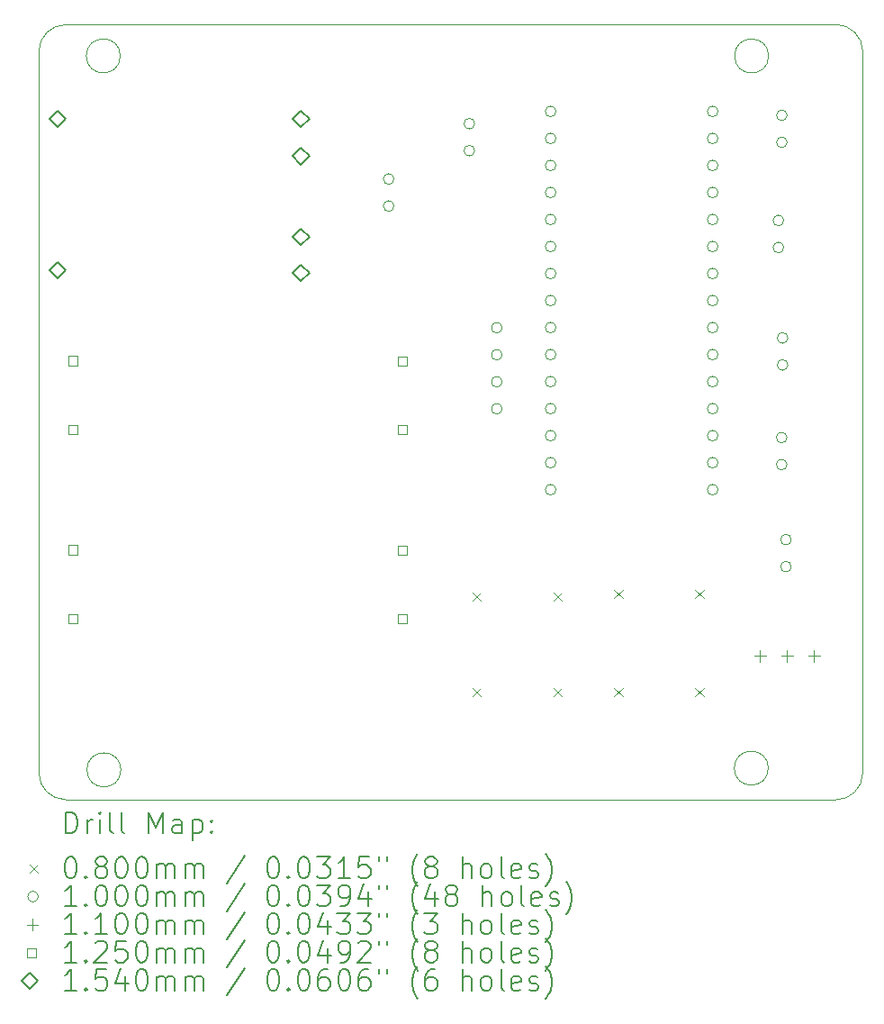
<source format=gbr>
%TF.GenerationSoftware,KiCad,Pcbnew,6.0.11+dfsg-1*%
%TF.CreationDate,2025-09-22T09:11:01+02:00*%
%TF.ProjectId,Rummikub_Timer,52756d6d-696b-4756-925f-54696d65722e,v1*%
%TF.SameCoordinates,Original*%
%TF.FileFunction,Drillmap*%
%TF.FilePolarity,Positive*%
%FSLAX45Y45*%
G04 Gerber Fmt 4.5, Leading zero omitted, Abs format (unit mm)*
G04 Created by KiCad (PCBNEW 6.0.11+dfsg-1) date 2025-09-22 09:11:01*
%MOMM*%
%LPD*%
G01*
G04 APERTURE LIST*
%ADD10C,0.100000*%
%ADD11C,0.200000*%
%ADD12C,0.080000*%
%ADD13C,0.110000*%
%ADD14C,0.125000*%
%ADD15C,0.154000*%
G04 APERTURE END LIST*
D10*
X10741306Y-6605805D02*
X10741306Y-13035590D01*
X10741306Y-13035590D02*
X10741306Y-13383996D01*
X11508119Y-6645776D02*
G75*
G03*
X11508119Y-6645776I-160000J0D01*
G01*
X18237200Y-13639796D02*
G75*
G03*
X18491200Y-13385800I5J253996D01*
G01*
X11513617Y-13357855D02*
G75*
G03*
X11513617Y-13357855I-160000J0D01*
G01*
X18491200Y-6604000D02*
X18491200Y-13385800D01*
X18237200Y-13639800D02*
X10995306Y-13637996D01*
X10995306Y-6351805D02*
X18237200Y-6350000D01*
X18491205Y-6604000D02*
G75*
G03*
X18237200Y-6350000I-254000J0D01*
G01*
X10741310Y-13383996D02*
G75*
G03*
X10995306Y-13637996I254000J0D01*
G01*
X17605395Y-6646441D02*
G75*
G03*
X17605395Y-6646441I-160000J0D01*
G01*
X17602639Y-13341491D02*
G75*
G03*
X17602639Y-13341491I-160000J0D01*
G01*
X10995306Y-6351801D02*
G75*
G03*
X10741306Y-6605805I5J-254005D01*
G01*
D11*
D12*
X14817420Y-11687482D02*
X14897420Y-11767482D01*
X14897420Y-11687482D02*
X14817420Y-11767482D01*
X14817553Y-12584931D02*
X14897553Y-12664931D01*
X14897553Y-12584931D02*
X14817553Y-12664931D01*
X15579420Y-11687482D02*
X15659420Y-11767482D01*
X15659420Y-11687482D02*
X15579420Y-11767482D01*
X15579553Y-12584931D02*
X15659553Y-12664931D01*
X15659553Y-12584931D02*
X15579553Y-12664931D01*
X16151418Y-11661708D02*
X16231418Y-11741708D01*
X16231418Y-11661708D02*
X16151418Y-11741708D01*
X16151418Y-12588931D02*
X16231418Y-12668931D01*
X16231418Y-12588931D02*
X16151418Y-12668931D01*
X16913418Y-11661708D02*
X16993418Y-11741708D01*
X16993418Y-11661708D02*
X16913418Y-11741708D01*
X16913418Y-12588931D02*
X16993418Y-12668931D01*
X16993418Y-12588931D02*
X16913418Y-12668931D01*
D10*
X14082418Y-7802931D02*
G75*
G03*
X14082418Y-7802931I-50000J0D01*
G01*
X14082418Y-8056931D02*
G75*
G03*
X14082418Y-8056931I-50000J0D01*
G01*
X14840168Y-7282931D02*
G75*
G03*
X14840168Y-7282931I-50000J0D01*
G01*
X14840168Y-7536931D02*
G75*
G03*
X14840168Y-7536931I-50000J0D01*
G01*
X15098418Y-9200931D02*
G75*
G03*
X15098418Y-9200931I-50000J0D01*
G01*
X15098418Y-9454931D02*
G75*
G03*
X15098418Y-9454931I-50000J0D01*
G01*
X15098418Y-9708931D02*
G75*
G03*
X15098418Y-9708931I-50000J0D01*
G01*
X15098418Y-9962931D02*
G75*
G03*
X15098418Y-9962931I-50000J0D01*
G01*
X15605418Y-7167931D02*
G75*
G03*
X15605418Y-7167931I-50000J0D01*
G01*
X15605418Y-7421931D02*
G75*
G03*
X15605418Y-7421931I-50000J0D01*
G01*
X15605418Y-7675931D02*
G75*
G03*
X15605418Y-7675931I-50000J0D01*
G01*
X15605418Y-7929931D02*
G75*
G03*
X15605418Y-7929931I-50000J0D01*
G01*
X15605418Y-8183931D02*
G75*
G03*
X15605418Y-8183931I-50000J0D01*
G01*
X15605418Y-8437931D02*
G75*
G03*
X15605418Y-8437931I-50000J0D01*
G01*
X15605418Y-8691931D02*
G75*
G03*
X15605418Y-8691931I-50000J0D01*
G01*
X15605418Y-8945931D02*
G75*
G03*
X15605418Y-8945931I-50000J0D01*
G01*
X15605418Y-9199931D02*
G75*
G03*
X15605418Y-9199931I-50000J0D01*
G01*
X15605418Y-9453931D02*
G75*
G03*
X15605418Y-9453931I-50000J0D01*
G01*
X15605418Y-9707931D02*
G75*
G03*
X15605418Y-9707931I-50000J0D01*
G01*
X15605418Y-9961931D02*
G75*
G03*
X15605418Y-9961931I-50000J0D01*
G01*
X15605418Y-10215931D02*
G75*
G03*
X15605418Y-10215931I-50000J0D01*
G01*
X15605418Y-10469931D02*
G75*
G03*
X15605418Y-10469931I-50000J0D01*
G01*
X15605418Y-10723931D02*
G75*
G03*
X15605418Y-10723931I-50000J0D01*
G01*
X17129418Y-7167931D02*
G75*
G03*
X17129418Y-7167931I-50000J0D01*
G01*
X17129418Y-7421931D02*
G75*
G03*
X17129418Y-7421931I-50000J0D01*
G01*
X17129418Y-7675931D02*
G75*
G03*
X17129418Y-7675931I-50000J0D01*
G01*
X17129418Y-7929931D02*
G75*
G03*
X17129418Y-7929931I-50000J0D01*
G01*
X17129418Y-8183931D02*
G75*
G03*
X17129418Y-8183931I-50000J0D01*
G01*
X17129418Y-8437931D02*
G75*
G03*
X17129418Y-8437931I-50000J0D01*
G01*
X17129418Y-8691931D02*
G75*
G03*
X17129418Y-8691931I-50000J0D01*
G01*
X17129418Y-8945931D02*
G75*
G03*
X17129418Y-8945931I-50000J0D01*
G01*
X17129418Y-9199931D02*
G75*
G03*
X17129418Y-9199931I-50000J0D01*
G01*
X17129418Y-9453931D02*
G75*
G03*
X17129418Y-9453931I-50000J0D01*
G01*
X17129418Y-9707931D02*
G75*
G03*
X17129418Y-9707931I-50000J0D01*
G01*
X17129418Y-9961931D02*
G75*
G03*
X17129418Y-9961931I-50000J0D01*
G01*
X17129418Y-10215931D02*
G75*
G03*
X17129418Y-10215931I-50000J0D01*
G01*
X17129418Y-10469931D02*
G75*
G03*
X17129418Y-10469931I-50000J0D01*
G01*
X17129418Y-10723931D02*
G75*
G03*
X17129418Y-10723931I-50000J0D01*
G01*
X17747418Y-8192931D02*
G75*
G03*
X17747418Y-8192931I-50000J0D01*
G01*
X17747418Y-8446931D02*
G75*
G03*
X17747418Y-8446931I-50000J0D01*
G01*
X17778418Y-10233931D02*
G75*
G03*
X17778418Y-10233931I-50000J0D01*
G01*
X17778418Y-10487931D02*
G75*
G03*
X17778418Y-10487931I-50000J0D01*
G01*
X17779454Y-7204702D02*
G75*
G03*
X17779454Y-7204702I-50000J0D01*
G01*
X17779454Y-7458702D02*
G75*
G03*
X17779454Y-7458702I-50000J0D01*
G01*
X17786918Y-9296931D02*
G75*
G03*
X17786918Y-9296931I-50000J0D01*
G01*
X17786918Y-9550931D02*
G75*
G03*
X17786918Y-9550931I-50000J0D01*
G01*
X17818668Y-11192931D02*
G75*
G03*
X17818668Y-11192931I-50000J0D01*
G01*
X17818668Y-11446931D02*
G75*
G03*
X17818668Y-11446931I-50000J0D01*
G01*
D13*
X17526000Y-12231500D02*
X17526000Y-12341500D01*
X17471000Y-12286500D02*
X17581000Y-12286500D01*
X17780000Y-12231500D02*
X17780000Y-12341500D01*
X17725000Y-12286500D02*
X17835000Y-12286500D01*
X18034000Y-12231500D02*
X18034000Y-12341500D01*
X17979000Y-12286500D02*
X18089000Y-12286500D01*
D14*
X11106612Y-9554125D02*
X11106612Y-9465736D01*
X11018223Y-9465736D01*
X11018223Y-9554125D01*
X11106612Y-9554125D01*
X11106612Y-10204125D02*
X11106612Y-10115736D01*
X11018223Y-10115736D01*
X11018223Y-10204125D01*
X11106612Y-10204125D01*
X11106612Y-11332125D02*
X11106612Y-11243736D01*
X11018223Y-11243736D01*
X11018223Y-11332125D01*
X11106612Y-11332125D01*
X11106612Y-11982125D02*
X11106612Y-11893736D01*
X11018223Y-11893736D01*
X11018223Y-11982125D01*
X11106612Y-11982125D01*
X14206612Y-9559125D02*
X14206612Y-9470736D01*
X14118223Y-9470736D01*
X14118223Y-9559125D01*
X14206612Y-9559125D01*
X14206612Y-10204125D02*
X14206612Y-10115736D01*
X14118223Y-10115736D01*
X14118223Y-10204125D01*
X14206612Y-10204125D01*
X14206612Y-11337125D02*
X14206612Y-11248736D01*
X14118223Y-11248736D01*
X14118223Y-11337125D01*
X14206612Y-11337125D01*
X14206612Y-11982125D02*
X14206612Y-11893736D01*
X14118223Y-11893736D01*
X14118223Y-11982125D01*
X14206612Y-11982125D01*
D15*
X10918000Y-7316000D02*
X10995000Y-7239000D01*
X10918000Y-7162000D01*
X10841000Y-7239000D01*
X10918000Y-7316000D01*
X10918000Y-8736000D02*
X10995000Y-8659000D01*
X10918000Y-8582000D01*
X10841000Y-8659000D01*
X10918000Y-8736000D01*
X13208000Y-7316000D02*
X13285000Y-7239000D01*
X13208000Y-7162000D01*
X13131000Y-7239000D01*
X13208000Y-7316000D01*
X13208000Y-7666000D02*
X13285000Y-7589000D01*
X13208000Y-7512000D01*
X13131000Y-7589000D01*
X13208000Y-7666000D01*
X13208000Y-8426000D02*
X13285000Y-8349000D01*
X13208000Y-8272000D01*
X13131000Y-8349000D01*
X13208000Y-8426000D01*
X13208000Y-8766000D02*
X13285000Y-8689000D01*
X13208000Y-8612000D01*
X13131000Y-8689000D01*
X13208000Y-8766000D01*
D11*
X10993925Y-13955276D02*
X10993925Y-13755276D01*
X11041544Y-13755276D01*
X11070115Y-13764800D01*
X11089163Y-13783848D01*
X11098686Y-13802895D01*
X11108210Y-13840990D01*
X11108210Y-13869562D01*
X11098686Y-13907657D01*
X11089163Y-13926705D01*
X11070115Y-13945752D01*
X11041544Y-13955276D01*
X10993925Y-13955276D01*
X11193924Y-13955276D02*
X11193924Y-13821943D01*
X11193924Y-13860038D02*
X11203448Y-13840990D01*
X11212972Y-13831467D01*
X11232020Y-13821943D01*
X11251067Y-13821943D01*
X11317734Y-13955276D02*
X11317734Y-13821943D01*
X11317734Y-13755276D02*
X11308210Y-13764800D01*
X11317734Y-13774324D01*
X11327258Y-13764800D01*
X11317734Y-13755276D01*
X11317734Y-13774324D01*
X11441543Y-13955276D02*
X11422496Y-13945752D01*
X11412972Y-13926705D01*
X11412972Y-13755276D01*
X11546305Y-13955276D02*
X11527258Y-13945752D01*
X11517734Y-13926705D01*
X11517734Y-13755276D01*
X11774877Y-13955276D02*
X11774877Y-13755276D01*
X11841543Y-13898133D01*
X11908210Y-13755276D01*
X11908210Y-13955276D01*
X12089163Y-13955276D02*
X12089163Y-13850514D01*
X12079639Y-13831467D01*
X12060591Y-13821943D01*
X12022496Y-13821943D01*
X12003448Y-13831467D01*
X12089163Y-13945752D02*
X12070115Y-13955276D01*
X12022496Y-13955276D01*
X12003448Y-13945752D01*
X11993924Y-13926705D01*
X11993924Y-13907657D01*
X12003448Y-13888609D01*
X12022496Y-13879086D01*
X12070115Y-13879086D01*
X12089163Y-13869562D01*
X12184401Y-13821943D02*
X12184401Y-14021943D01*
X12184401Y-13831467D02*
X12203448Y-13821943D01*
X12241543Y-13821943D01*
X12260591Y-13831467D01*
X12270115Y-13840990D01*
X12279639Y-13860038D01*
X12279639Y-13917181D01*
X12270115Y-13936228D01*
X12260591Y-13945752D01*
X12241543Y-13955276D01*
X12203448Y-13955276D01*
X12184401Y-13945752D01*
X12365353Y-13936228D02*
X12374877Y-13945752D01*
X12365353Y-13955276D01*
X12355829Y-13945752D01*
X12365353Y-13936228D01*
X12365353Y-13955276D01*
X12365353Y-13831467D02*
X12374877Y-13840990D01*
X12365353Y-13850514D01*
X12355829Y-13840990D01*
X12365353Y-13831467D01*
X12365353Y-13850514D01*
D12*
X10656306Y-14244800D02*
X10736306Y-14324800D01*
X10736306Y-14244800D02*
X10656306Y-14324800D01*
D11*
X11032020Y-14175276D02*
X11051067Y-14175276D01*
X11070115Y-14184800D01*
X11079639Y-14194324D01*
X11089163Y-14213371D01*
X11098686Y-14251467D01*
X11098686Y-14299086D01*
X11089163Y-14337181D01*
X11079639Y-14356228D01*
X11070115Y-14365752D01*
X11051067Y-14375276D01*
X11032020Y-14375276D01*
X11012972Y-14365752D01*
X11003448Y-14356228D01*
X10993925Y-14337181D01*
X10984401Y-14299086D01*
X10984401Y-14251467D01*
X10993925Y-14213371D01*
X11003448Y-14194324D01*
X11012972Y-14184800D01*
X11032020Y-14175276D01*
X11184401Y-14356228D02*
X11193924Y-14365752D01*
X11184401Y-14375276D01*
X11174877Y-14365752D01*
X11184401Y-14356228D01*
X11184401Y-14375276D01*
X11308210Y-14260990D02*
X11289163Y-14251467D01*
X11279639Y-14241943D01*
X11270115Y-14222895D01*
X11270115Y-14213371D01*
X11279639Y-14194324D01*
X11289163Y-14184800D01*
X11308210Y-14175276D01*
X11346305Y-14175276D01*
X11365353Y-14184800D01*
X11374877Y-14194324D01*
X11384401Y-14213371D01*
X11384401Y-14222895D01*
X11374877Y-14241943D01*
X11365353Y-14251467D01*
X11346305Y-14260990D01*
X11308210Y-14260990D01*
X11289163Y-14270514D01*
X11279639Y-14280038D01*
X11270115Y-14299086D01*
X11270115Y-14337181D01*
X11279639Y-14356228D01*
X11289163Y-14365752D01*
X11308210Y-14375276D01*
X11346305Y-14375276D01*
X11365353Y-14365752D01*
X11374877Y-14356228D01*
X11384401Y-14337181D01*
X11384401Y-14299086D01*
X11374877Y-14280038D01*
X11365353Y-14270514D01*
X11346305Y-14260990D01*
X11508210Y-14175276D02*
X11527258Y-14175276D01*
X11546305Y-14184800D01*
X11555829Y-14194324D01*
X11565353Y-14213371D01*
X11574877Y-14251467D01*
X11574877Y-14299086D01*
X11565353Y-14337181D01*
X11555829Y-14356228D01*
X11546305Y-14365752D01*
X11527258Y-14375276D01*
X11508210Y-14375276D01*
X11489163Y-14365752D01*
X11479639Y-14356228D01*
X11470115Y-14337181D01*
X11460591Y-14299086D01*
X11460591Y-14251467D01*
X11470115Y-14213371D01*
X11479639Y-14194324D01*
X11489163Y-14184800D01*
X11508210Y-14175276D01*
X11698686Y-14175276D02*
X11717734Y-14175276D01*
X11736782Y-14184800D01*
X11746305Y-14194324D01*
X11755829Y-14213371D01*
X11765353Y-14251467D01*
X11765353Y-14299086D01*
X11755829Y-14337181D01*
X11746305Y-14356228D01*
X11736782Y-14365752D01*
X11717734Y-14375276D01*
X11698686Y-14375276D01*
X11679639Y-14365752D01*
X11670115Y-14356228D01*
X11660591Y-14337181D01*
X11651067Y-14299086D01*
X11651067Y-14251467D01*
X11660591Y-14213371D01*
X11670115Y-14194324D01*
X11679639Y-14184800D01*
X11698686Y-14175276D01*
X11851067Y-14375276D02*
X11851067Y-14241943D01*
X11851067Y-14260990D02*
X11860591Y-14251467D01*
X11879639Y-14241943D01*
X11908210Y-14241943D01*
X11927258Y-14251467D01*
X11936782Y-14270514D01*
X11936782Y-14375276D01*
X11936782Y-14270514D02*
X11946305Y-14251467D01*
X11965353Y-14241943D01*
X11993924Y-14241943D01*
X12012972Y-14251467D01*
X12022496Y-14270514D01*
X12022496Y-14375276D01*
X12117734Y-14375276D02*
X12117734Y-14241943D01*
X12117734Y-14260990D02*
X12127258Y-14251467D01*
X12146305Y-14241943D01*
X12174877Y-14241943D01*
X12193924Y-14251467D01*
X12203448Y-14270514D01*
X12203448Y-14375276D01*
X12203448Y-14270514D02*
X12212972Y-14251467D01*
X12232020Y-14241943D01*
X12260591Y-14241943D01*
X12279639Y-14251467D01*
X12289163Y-14270514D01*
X12289163Y-14375276D01*
X12679639Y-14165752D02*
X12508210Y-14422895D01*
X12936782Y-14175276D02*
X12955829Y-14175276D01*
X12974877Y-14184800D01*
X12984401Y-14194324D01*
X12993924Y-14213371D01*
X13003448Y-14251467D01*
X13003448Y-14299086D01*
X12993924Y-14337181D01*
X12984401Y-14356228D01*
X12974877Y-14365752D01*
X12955829Y-14375276D01*
X12936782Y-14375276D01*
X12917734Y-14365752D01*
X12908210Y-14356228D01*
X12898686Y-14337181D01*
X12889163Y-14299086D01*
X12889163Y-14251467D01*
X12898686Y-14213371D01*
X12908210Y-14194324D01*
X12917734Y-14184800D01*
X12936782Y-14175276D01*
X13089163Y-14356228D02*
X13098686Y-14365752D01*
X13089163Y-14375276D01*
X13079639Y-14365752D01*
X13089163Y-14356228D01*
X13089163Y-14375276D01*
X13222496Y-14175276D02*
X13241543Y-14175276D01*
X13260591Y-14184800D01*
X13270115Y-14194324D01*
X13279639Y-14213371D01*
X13289163Y-14251467D01*
X13289163Y-14299086D01*
X13279639Y-14337181D01*
X13270115Y-14356228D01*
X13260591Y-14365752D01*
X13241543Y-14375276D01*
X13222496Y-14375276D01*
X13203448Y-14365752D01*
X13193924Y-14356228D01*
X13184401Y-14337181D01*
X13174877Y-14299086D01*
X13174877Y-14251467D01*
X13184401Y-14213371D01*
X13193924Y-14194324D01*
X13203448Y-14184800D01*
X13222496Y-14175276D01*
X13355829Y-14175276D02*
X13479639Y-14175276D01*
X13412972Y-14251467D01*
X13441543Y-14251467D01*
X13460591Y-14260990D01*
X13470115Y-14270514D01*
X13479639Y-14289562D01*
X13479639Y-14337181D01*
X13470115Y-14356228D01*
X13460591Y-14365752D01*
X13441543Y-14375276D01*
X13384401Y-14375276D01*
X13365353Y-14365752D01*
X13355829Y-14356228D01*
X13670115Y-14375276D02*
X13555829Y-14375276D01*
X13612972Y-14375276D02*
X13612972Y-14175276D01*
X13593924Y-14203848D01*
X13574877Y-14222895D01*
X13555829Y-14232419D01*
X13851067Y-14175276D02*
X13755829Y-14175276D01*
X13746305Y-14270514D01*
X13755829Y-14260990D01*
X13774877Y-14251467D01*
X13822496Y-14251467D01*
X13841543Y-14260990D01*
X13851067Y-14270514D01*
X13860591Y-14289562D01*
X13860591Y-14337181D01*
X13851067Y-14356228D01*
X13841543Y-14365752D01*
X13822496Y-14375276D01*
X13774877Y-14375276D01*
X13755829Y-14365752D01*
X13746305Y-14356228D01*
X13936782Y-14175276D02*
X13936782Y-14213371D01*
X14012972Y-14175276D02*
X14012972Y-14213371D01*
X14308210Y-14451467D02*
X14298686Y-14441943D01*
X14279639Y-14413371D01*
X14270115Y-14394324D01*
X14260591Y-14365752D01*
X14251067Y-14318133D01*
X14251067Y-14280038D01*
X14260591Y-14232419D01*
X14270115Y-14203848D01*
X14279639Y-14184800D01*
X14298686Y-14156228D01*
X14308210Y-14146705D01*
X14412972Y-14260990D02*
X14393924Y-14251467D01*
X14384401Y-14241943D01*
X14374877Y-14222895D01*
X14374877Y-14213371D01*
X14384401Y-14194324D01*
X14393924Y-14184800D01*
X14412972Y-14175276D01*
X14451067Y-14175276D01*
X14470115Y-14184800D01*
X14479639Y-14194324D01*
X14489163Y-14213371D01*
X14489163Y-14222895D01*
X14479639Y-14241943D01*
X14470115Y-14251467D01*
X14451067Y-14260990D01*
X14412972Y-14260990D01*
X14393924Y-14270514D01*
X14384401Y-14280038D01*
X14374877Y-14299086D01*
X14374877Y-14337181D01*
X14384401Y-14356228D01*
X14393924Y-14365752D01*
X14412972Y-14375276D01*
X14451067Y-14375276D01*
X14470115Y-14365752D01*
X14479639Y-14356228D01*
X14489163Y-14337181D01*
X14489163Y-14299086D01*
X14479639Y-14280038D01*
X14470115Y-14270514D01*
X14451067Y-14260990D01*
X14727258Y-14375276D02*
X14727258Y-14175276D01*
X14812972Y-14375276D02*
X14812972Y-14270514D01*
X14803448Y-14251467D01*
X14784401Y-14241943D01*
X14755829Y-14241943D01*
X14736782Y-14251467D01*
X14727258Y-14260990D01*
X14936782Y-14375276D02*
X14917734Y-14365752D01*
X14908210Y-14356228D01*
X14898686Y-14337181D01*
X14898686Y-14280038D01*
X14908210Y-14260990D01*
X14917734Y-14251467D01*
X14936782Y-14241943D01*
X14965353Y-14241943D01*
X14984401Y-14251467D01*
X14993924Y-14260990D01*
X15003448Y-14280038D01*
X15003448Y-14337181D01*
X14993924Y-14356228D01*
X14984401Y-14365752D01*
X14965353Y-14375276D01*
X14936782Y-14375276D01*
X15117734Y-14375276D02*
X15098686Y-14365752D01*
X15089163Y-14346705D01*
X15089163Y-14175276D01*
X15270115Y-14365752D02*
X15251067Y-14375276D01*
X15212972Y-14375276D01*
X15193924Y-14365752D01*
X15184401Y-14346705D01*
X15184401Y-14270514D01*
X15193924Y-14251467D01*
X15212972Y-14241943D01*
X15251067Y-14241943D01*
X15270115Y-14251467D01*
X15279639Y-14270514D01*
X15279639Y-14289562D01*
X15184401Y-14308609D01*
X15355829Y-14365752D02*
X15374877Y-14375276D01*
X15412972Y-14375276D01*
X15432020Y-14365752D01*
X15441543Y-14346705D01*
X15441543Y-14337181D01*
X15432020Y-14318133D01*
X15412972Y-14308609D01*
X15384401Y-14308609D01*
X15365353Y-14299086D01*
X15355829Y-14280038D01*
X15355829Y-14270514D01*
X15365353Y-14251467D01*
X15384401Y-14241943D01*
X15412972Y-14241943D01*
X15432020Y-14251467D01*
X15508210Y-14451467D02*
X15517734Y-14441943D01*
X15536782Y-14413371D01*
X15546305Y-14394324D01*
X15555829Y-14365752D01*
X15565353Y-14318133D01*
X15565353Y-14280038D01*
X15555829Y-14232419D01*
X15546305Y-14203848D01*
X15536782Y-14184800D01*
X15517734Y-14156228D01*
X15508210Y-14146705D01*
D10*
X10736306Y-14548800D02*
G75*
G03*
X10736306Y-14548800I-50000J0D01*
G01*
D11*
X11098686Y-14639276D02*
X10984401Y-14639276D01*
X11041544Y-14639276D02*
X11041544Y-14439276D01*
X11022496Y-14467848D01*
X11003448Y-14486895D01*
X10984401Y-14496419D01*
X11184401Y-14620228D02*
X11193924Y-14629752D01*
X11184401Y-14639276D01*
X11174877Y-14629752D01*
X11184401Y-14620228D01*
X11184401Y-14639276D01*
X11317734Y-14439276D02*
X11336782Y-14439276D01*
X11355829Y-14448800D01*
X11365353Y-14458324D01*
X11374877Y-14477371D01*
X11384401Y-14515467D01*
X11384401Y-14563086D01*
X11374877Y-14601181D01*
X11365353Y-14620228D01*
X11355829Y-14629752D01*
X11336782Y-14639276D01*
X11317734Y-14639276D01*
X11298686Y-14629752D01*
X11289163Y-14620228D01*
X11279639Y-14601181D01*
X11270115Y-14563086D01*
X11270115Y-14515467D01*
X11279639Y-14477371D01*
X11289163Y-14458324D01*
X11298686Y-14448800D01*
X11317734Y-14439276D01*
X11508210Y-14439276D02*
X11527258Y-14439276D01*
X11546305Y-14448800D01*
X11555829Y-14458324D01*
X11565353Y-14477371D01*
X11574877Y-14515467D01*
X11574877Y-14563086D01*
X11565353Y-14601181D01*
X11555829Y-14620228D01*
X11546305Y-14629752D01*
X11527258Y-14639276D01*
X11508210Y-14639276D01*
X11489163Y-14629752D01*
X11479639Y-14620228D01*
X11470115Y-14601181D01*
X11460591Y-14563086D01*
X11460591Y-14515467D01*
X11470115Y-14477371D01*
X11479639Y-14458324D01*
X11489163Y-14448800D01*
X11508210Y-14439276D01*
X11698686Y-14439276D02*
X11717734Y-14439276D01*
X11736782Y-14448800D01*
X11746305Y-14458324D01*
X11755829Y-14477371D01*
X11765353Y-14515467D01*
X11765353Y-14563086D01*
X11755829Y-14601181D01*
X11746305Y-14620228D01*
X11736782Y-14629752D01*
X11717734Y-14639276D01*
X11698686Y-14639276D01*
X11679639Y-14629752D01*
X11670115Y-14620228D01*
X11660591Y-14601181D01*
X11651067Y-14563086D01*
X11651067Y-14515467D01*
X11660591Y-14477371D01*
X11670115Y-14458324D01*
X11679639Y-14448800D01*
X11698686Y-14439276D01*
X11851067Y-14639276D02*
X11851067Y-14505943D01*
X11851067Y-14524990D02*
X11860591Y-14515467D01*
X11879639Y-14505943D01*
X11908210Y-14505943D01*
X11927258Y-14515467D01*
X11936782Y-14534514D01*
X11936782Y-14639276D01*
X11936782Y-14534514D02*
X11946305Y-14515467D01*
X11965353Y-14505943D01*
X11993924Y-14505943D01*
X12012972Y-14515467D01*
X12022496Y-14534514D01*
X12022496Y-14639276D01*
X12117734Y-14639276D02*
X12117734Y-14505943D01*
X12117734Y-14524990D02*
X12127258Y-14515467D01*
X12146305Y-14505943D01*
X12174877Y-14505943D01*
X12193924Y-14515467D01*
X12203448Y-14534514D01*
X12203448Y-14639276D01*
X12203448Y-14534514D02*
X12212972Y-14515467D01*
X12232020Y-14505943D01*
X12260591Y-14505943D01*
X12279639Y-14515467D01*
X12289163Y-14534514D01*
X12289163Y-14639276D01*
X12679639Y-14429752D02*
X12508210Y-14686895D01*
X12936782Y-14439276D02*
X12955829Y-14439276D01*
X12974877Y-14448800D01*
X12984401Y-14458324D01*
X12993924Y-14477371D01*
X13003448Y-14515467D01*
X13003448Y-14563086D01*
X12993924Y-14601181D01*
X12984401Y-14620228D01*
X12974877Y-14629752D01*
X12955829Y-14639276D01*
X12936782Y-14639276D01*
X12917734Y-14629752D01*
X12908210Y-14620228D01*
X12898686Y-14601181D01*
X12889163Y-14563086D01*
X12889163Y-14515467D01*
X12898686Y-14477371D01*
X12908210Y-14458324D01*
X12917734Y-14448800D01*
X12936782Y-14439276D01*
X13089163Y-14620228D02*
X13098686Y-14629752D01*
X13089163Y-14639276D01*
X13079639Y-14629752D01*
X13089163Y-14620228D01*
X13089163Y-14639276D01*
X13222496Y-14439276D02*
X13241543Y-14439276D01*
X13260591Y-14448800D01*
X13270115Y-14458324D01*
X13279639Y-14477371D01*
X13289163Y-14515467D01*
X13289163Y-14563086D01*
X13279639Y-14601181D01*
X13270115Y-14620228D01*
X13260591Y-14629752D01*
X13241543Y-14639276D01*
X13222496Y-14639276D01*
X13203448Y-14629752D01*
X13193924Y-14620228D01*
X13184401Y-14601181D01*
X13174877Y-14563086D01*
X13174877Y-14515467D01*
X13184401Y-14477371D01*
X13193924Y-14458324D01*
X13203448Y-14448800D01*
X13222496Y-14439276D01*
X13355829Y-14439276D02*
X13479639Y-14439276D01*
X13412972Y-14515467D01*
X13441543Y-14515467D01*
X13460591Y-14524990D01*
X13470115Y-14534514D01*
X13479639Y-14553562D01*
X13479639Y-14601181D01*
X13470115Y-14620228D01*
X13460591Y-14629752D01*
X13441543Y-14639276D01*
X13384401Y-14639276D01*
X13365353Y-14629752D01*
X13355829Y-14620228D01*
X13574877Y-14639276D02*
X13612972Y-14639276D01*
X13632020Y-14629752D01*
X13641543Y-14620228D01*
X13660591Y-14591657D01*
X13670115Y-14553562D01*
X13670115Y-14477371D01*
X13660591Y-14458324D01*
X13651067Y-14448800D01*
X13632020Y-14439276D01*
X13593924Y-14439276D01*
X13574877Y-14448800D01*
X13565353Y-14458324D01*
X13555829Y-14477371D01*
X13555829Y-14524990D01*
X13565353Y-14544038D01*
X13574877Y-14553562D01*
X13593924Y-14563086D01*
X13632020Y-14563086D01*
X13651067Y-14553562D01*
X13660591Y-14544038D01*
X13670115Y-14524990D01*
X13841543Y-14505943D02*
X13841543Y-14639276D01*
X13793924Y-14429752D02*
X13746305Y-14572609D01*
X13870115Y-14572609D01*
X13936782Y-14439276D02*
X13936782Y-14477371D01*
X14012972Y-14439276D02*
X14012972Y-14477371D01*
X14308210Y-14715467D02*
X14298686Y-14705943D01*
X14279639Y-14677371D01*
X14270115Y-14658324D01*
X14260591Y-14629752D01*
X14251067Y-14582133D01*
X14251067Y-14544038D01*
X14260591Y-14496419D01*
X14270115Y-14467848D01*
X14279639Y-14448800D01*
X14298686Y-14420228D01*
X14308210Y-14410705D01*
X14470115Y-14505943D02*
X14470115Y-14639276D01*
X14422496Y-14429752D02*
X14374877Y-14572609D01*
X14498686Y-14572609D01*
X14603448Y-14524990D02*
X14584401Y-14515467D01*
X14574877Y-14505943D01*
X14565353Y-14486895D01*
X14565353Y-14477371D01*
X14574877Y-14458324D01*
X14584401Y-14448800D01*
X14603448Y-14439276D01*
X14641543Y-14439276D01*
X14660591Y-14448800D01*
X14670115Y-14458324D01*
X14679639Y-14477371D01*
X14679639Y-14486895D01*
X14670115Y-14505943D01*
X14660591Y-14515467D01*
X14641543Y-14524990D01*
X14603448Y-14524990D01*
X14584401Y-14534514D01*
X14574877Y-14544038D01*
X14565353Y-14563086D01*
X14565353Y-14601181D01*
X14574877Y-14620228D01*
X14584401Y-14629752D01*
X14603448Y-14639276D01*
X14641543Y-14639276D01*
X14660591Y-14629752D01*
X14670115Y-14620228D01*
X14679639Y-14601181D01*
X14679639Y-14563086D01*
X14670115Y-14544038D01*
X14660591Y-14534514D01*
X14641543Y-14524990D01*
X14917734Y-14639276D02*
X14917734Y-14439276D01*
X15003448Y-14639276D02*
X15003448Y-14534514D01*
X14993924Y-14515467D01*
X14974877Y-14505943D01*
X14946305Y-14505943D01*
X14927258Y-14515467D01*
X14917734Y-14524990D01*
X15127258Y-14639276D02*
X15108210Y-14629752D01*
X15098686Y-14620228D01*
X15089163Y-14601181D01*
X15089163Y-14544038D01*
X15098686Y-14524990D01*
X15108210Y-14515467D01*
X15127258Y-14505943D01*
X15155829Y-14505943D01*
X15174877Y-14515467D01*
X15184401Y-14524990D01*
X15193924Y-14544038D01*
X15193924Y-14601181D01*
X15184401Y-14620228D01*
X15174877Y-14629752D01*
X15155829Y-14639276D01*
X15127258Y-14639276D01*
X15308210Y-14639276D02*
X15289163Y-14629752D01*
X15279639Y-14610705D01*
X15279639Y-14439276D01*
X15460591Y-14629752D02*
X15441543Y-14639276D01*
X15403448Y-14639276D01*
X15384401Y-14629752D01*
X15374877Y-14610705D01*
X15374877Y-14534514D01*
X15384401Y-14515467D01*
X15403448Y-14505943D01*
X15441543Y-14505943D01*
X15460591Y-14515467D01*
X15470115Y-14534514D01*
X15470115Y-14553562D01*
X15374877Y-14572609D01*
X15546305Y-14629752D02*
X15565353Y-14639276D01*
X15603448Y-14639276D01*
X15622496Y-14629752D01*
X15632020Y-14610705D01*
X15632020Y-14601181D01*
X15622496Y-14582133D01*
X15603448Y-14572609D01*
X15574877Y-14572609D01*
X15555829Y-14563086D01*
X15546305Y-14544038D01*
X15546305Y-14534514D01*
X15555829Y-14515467D01*
X15574877Y-14505943D01*
X15603448Y-14505943D01*
X15622496Y-14515467D01*
X15698686Y-14715467D02*
X15708210Y-14705943D01*
X15727258Y-14677371D01*
X15736782Y-14658324D01*
X15746305Y-14629752D01*
X15755829Y-14582133D01*
X15755829Y-14544038D01*
X15746305Y-14496419D01*
X15736782Y-14467848D01*
X15727258Y-14448800D01*
X15708210Y-14420228D01*
X15698686Y-14410705D01*
D13*
X10681306Y-14757800D02*
X10681306Y-14867800D01*
X10626306Y-14812800D02*
X10736306Y-14812800D01*
D11*
X11098686Y-14903276D02*
X10984401Y-14903276D01*
X11041544Y-14903276D02*
X11041544Y-14703276D01*
X11022496Y-14731848D01*
X11003448Y-14750895D01*
X10984401Y-14760419D01*
X11184401Y-14884228D02*
X11193924Y-14893752D01*
X11184401Y-14903276D01*
X11174877Y-14893752D01*
X11184401Y-14884228D01*
X11184401Y-14903276D01*
X11384401Y-14903276D02*
X11270115Y-14903276D01*
X11327258Y-14903276D02*
X11327258Y-14703276D01*
X11308210Y-14731848D01*
X11289163Y-14750895D01*
X11270115Y-14760419D01*
X11508210Y-14703276D02*
X11527258Y-14703276D01*
X11546305Y-14712800D01*
X11555829Y-14722324D01*
X11565353Y-14741371D01*
X11574877Y-14779467D01*
X11574877Y-14827086D01*
X11565353Y-14865181D01*
X11555829Y-14884228D01*
X11546305Y-14893752D01*
X11527258Y-14903276D01*
X11508210Y-14903276D01*
X11489163Y-14893752D01*
X11479639Y-14884228D01*
X11470115Y-14865181D01*
X11460591Y-14827086D01*
X11460591Y-14779467D01*
X11470115Y-14741371D01*
X11479639Y-14722324D01*
X11489163Y-14712800D01*
X11508210Y-14703276D01*
X11698686Y-14703276D02*
X11717734Y-14703276D01*
X11736782Y-14712800D01*
X11746305Y-14722324D01*
X11755829Y-14741371D01*
X11765353Y-14779467D01*
X11765353Y-14827086D01*
X11755829Y-14865181D01*
X11746305Y-14884228D01*
X11736782Y-14893752D01*
X11717734Y-14903276D01*
X11698686Y-14903276D01*
X11679639Y-14893752D01*
X11670115Y-14884228D01*
X11660591Y-14865181D01*
X11651067Y-14827086D01*
X11651067Y-14779467D01*
X11660591Y-14741371D01*
X11670115Y-14722324D01*
X11679639Y-14712800D01*
X11698686Y-14703276D01*
X11851067Y-14903276D02*
X11851067Y-14769943D01*
X11851067Y-14788990D02*
X11860591Y-14779467D01*
X11879639Y-14769943D01*
X11908210Y-14769943D01*
X11927258Y-14779467D01*
X11936782Y-14798514D01*
X11936782Y-14903276D01*
X11936782Y-14798514D02*
X11946305Y-14779467D01*
X11965353Y-14769943D01*
X11993924Y-14769943D01*
X12012972Y-14779467D01*
X12022496Y-14798514D01*
X12022496Y-14903276D01*
X12117734Y-14903276D02*
X12117734Y-14769943D01*
X12117734Y-14788990D02*
X12127258Y-14779467D01*
X12146305Y-14769943D01*
X12174877Y-14769943D01*
X12193924Y-14779467D01*
X12203448Y-14798514D01*
X12203448Y-14903276D01*
X12203448Y-14798514D02*
X12212972Y-14779467D01*
X12232020Y-14769943D01*
X12260591Y-14769943D01*
X12279639Y-14779467D01*
X12289163Y-14798514D01*
X12289163Y-14903276D01*
X12679639Y-14693752D02*
X12508210Y-14950895D01*
X12936782Y-14703276D02*
X12955829Y-14703276D01*
X12974877Y-14712800D01*
X12984401Y-14722324D01*
X12993924Y-14741371D01*
X13003448Y-14779467D01*
X13003448Y-14827086D01*
X12993924Y-14865181D01*
X12984401Y-14884228D01*
X12974877Y-14893752D01*
X12955829Y-14903276D01*
X12936782Y-14903276D01*
X12917734Y-14893752D01*
X12908210Y-14884228D01*
X12898686Y-14865181D01*
X12889163Y-14827086D01*
X12889163Y-14779467D01*
X12898686Y-14741371D01*
X12908210Y-14722324D01*
X12917734Y-14712800D01*
X12936782Y-14703276D01*
X13089163Y-14884228D02*
X13098686Y-14893752D01*
X13089163Y-14903276D01*
X13079639Y-14893752D01*
X13089163Y-14884228D01*
X13089163Y-14903276D01*
X13222496Y-14703276D02*
X13241543Y-14703276D01*
X13260591Y-14712800D01*
X13270115Y-14722324D01*
X13279639Y-14741371D01*
X13289163Y-14779467D01*
X13289163Y-14827086D01*
X13279639Y-14865181D01*
X13270115Y-14884228D01*
X13260591Y-14893752D01*
X13241543Y-14903276D01*
X13222496Y-14903276D01*
X13203448Y-14893752D01*
X13193924Y-14884228D01*
X13184401Y-14865181D01*
X13174877Y-14827086D01*
X13174877Y-14779467D01*
X13184401Y-14741371D01*
X13193924Y-14722324D01*
X13203448Y-14712800D01*
X13222496Y-14703276D01*
X13460591Y-14769943D02*
X13460591Y-14903276D01*
X13412972Y-14693752D02*
X13365353Y-14836609D01*
X13489163Y-14836609D01*
X13546305Y-14703276D02*
X13670115Y-14703276D01*
X13603448Y-14779467D01*
X13632020Y-14779467D01*
X13651067Y-14788990D01*
X13660591Y-14798514D01*
X13670115Y-14817562D01*
X13670115Y-14865181D01*
X13660591Y-14884228D01*
X13651067Y-14893752D01*
X13632020Y-14903276D01*
X13574877Y-14903276D01*
X13555829Y-14893752D01*
X13546305Y-14884228D01*
X13736782Y-14703276D02*
X13860591Y-14703276D01*
X13793924Y-14779467D01*
X13822496Y-14779467D01*
X13841543Y-14788990D01*
X13851067Y-14798514D01*
X13860591Y-14817562D01*
X13860591Y-14865181D01*
X13851067Y-14884228D01*
X13841543Y-14893752D01*
X13822496Y-14903276D01*
X13765353Y-14903276D01*
X13746305Y-14893752D01*
X13736782Y-14884228D01*
X13936782Y-14703276D02*
X13936782Y-14741371D01*
X14012972Y-14703276D02*
X14012972Y-14741371D01*
X14308210Y-14979467D02*
X14298686Y-14969943D01*
X14279639Y-14941371D01*
X14270115Y-14922324D01*
X14260591Y-14893752D01*
X14251067Y-14846133D01*
X14251067Y-14808038D01*
X14260591Y-14760419D01*
X14270115Y-14731848D01*
X14279639Y-14712800D01*
X14298686Y-14684228D01*
X14308210Y-14674705D01*
X14365353Y-14703276D02*
X14489163Y-14703276D01*
X14422496Y-14779467D01*
X14451067Y-14779467D01*
X14470115Y-14788990D01*
X14479639Y-14798514D01*
X14489163Y-14817562D01*
X14489163Y-14865181D01*
X14479639Y-14884228D01*
X14470115Y-14893752D01*
X14451067Y-14903276D01*
X14393924Y-14903276D01*
X14374877Y-14893752D01*
X14365353Y-14884228D01*
X14727258Y-14903276D02*
X14727258Y-14703276D01*
X14812972Y-14903276D02*
X14812972Y-14798514D01*
X14803448Y-14779467D01*
X14784401Y-14769943D01*
X14755829Y-14769943D01*
X14736782Y-14779467D01*
X14727258Y-14788990D01*
X14936782Y-14903276D02*
X14917734Y-14893752D01*
X14908210Y-14884228D01*
X14898686Y-14865181D01*
X14898686Y-14808038D01*
X14908210Y-14788990D01*
X14917734Y-14779467D01*
X14936782Y-14769943D01*
X14965353Y-14769943D01*
X14984401Y-14779467D01*
X14993924Y-14788990D01*
X15003448Y-14808038D01*
X15003448Y-14865181D01*
X14993924Y-14884228D01*
X14984401Y-14893752D01*
X14965353Y-14903276D01*
X14936782Y-14903276D01*
X15117734Y-14903276D02*
X15098686Y-14893752D01*
X15089163Y-14874705D01*
X15089163Y-14703276D01*
X15270115Y-14893752D02*
X15251067Y-14903276D01*
X15212972Y-14903276D01*
X15193924Y-14893752D01*
X15184401Y-14874705D01*
X15184401Y-14798514D01*
X15193924Y-14779467D01*
X15212972Y-14769943D01*
X15251067Y-14769943D01*
X15270115Y-14779467D01*
X15279639Y-14798514D01*
X15279639Y-14817562D01*
X15184401Y-14836609D01*
X15355829Y-14893752D02*
X15374877Y-14903276D01*
X15412972Y-14903276D01*
X15432020Y-14893752D01*
X15441543Y-14874705D01*
X15441543Y-14865181D01*
X15432020Y-14846133D01*
X15412972Y-14836609D01*
X15384401Y-14836609D01*
X15365353Y-14827086D01*
X15355829Y-14808038D01*
X15355829Y-14798514D01*
X15365353Y-14779467D01*
X15384401Y-14769943D01*
X15412972Y-14769943D01*
X15432020Y-14779467D01*
X15508210Y-14979467D02*
X15517734Y-14969943D01*
X15536782Y-14941371D01*
X15546305Y-14922324D01*
X15555829Y-14893752D01*
X15565353Y-14846133D01*
X15565353Y-14808038D01*
X15555829Y-14760419D01*
X15546305Y-14731848D01*
X15536782Y-14712800D01*
X15517734Y-14684228D01*
X15508210Y-14674705D01*
D14*
X10718000Y-15120995D02*
X10718000Y-15032605D01*
X10629611Y-15032605D01*
X10629611Y-15120995D01*
X10718000Y-15120995D01*
D11*
X11098686Y-15167276D02*
X10984401Y-15167276D01*
X11041544Y-15167276D02*
X11041544Y-14967276D01*
X11022496Y-14995848D01*
X11003448Y-15014895D01*
X10984401Y-15024419D01*
X11184401Y-15148228D02*
X11193924Y-15157752D01*
X11184401Y-15167276D01*
X11174877Y-15157752D01*
X11184401Y-15148228D01*
X11184401Y-15167276D01*
X11270115Y-14986324D02*
X11279639Y-14976800D01*
X11298686Y-14967276D01*
X11346305Y-14967276D01*
X11365353Y-14976800D01*
X11374877Y-14986324D01*
X11384401Y-15005371D01*
X11384401Y-15024419D01*
X11374877Y-15052990D01*
X11260591Y-15167276D01*
X11384401Y-15167276D01*
X11565353Y-14967276D02*
X11470115Y-14967276D01*
X11460591Y-15062514D01*
X11470115Y-15052990D01*
X11489163Y-15043467D01*
X11536782Y-15043467D01*
X11555829Y-15052990D01*
X11565353Y-15062514D01*
X11574877Y-15081562D01*
X11574877Y-15129181D01*
X11565353Y-15148228D01*
X11555829Y-15157752D01*
X11536782Y-15167276D01*
X11489163Y-15167276D01*
X11470115Y-15157752D01*
X11460591Y-15148228D01*
X11698686Y-14967276D02*
X11717734Y-14967276D01*
X11736782Y-14976800D01*
X11746305Y-14986324D01*
X11755829Y-15005371D01*
X11765353Y-15043467D01*
X11765353Y-15091086D01*
X11755829Y-15129181D01*
X11746305Y-15148228D01*
X11736782Y-15157752D01*
X11717734Y-15167276D01*
X11698686Y-15167276D01*
X11679639Y-15157752D01*
X11670115Y-15148228D01*
X11660591Y-15129181D01*
X11651067Y-15091086D01*
X11651067Y-15043467D01*
X11660591Y-15005371D01*
X11670115Y-14986324D01*
X11679639Y-14976800D01*
X11698686Y-14967276D01*
X11851067Y-15167276D02*
X11851067Y-15033943D01*
X11851067Y-15052990D02*
X11860591Y-15043467D01*
X11879639Y-15033943D01*
X11908210Y-15033943D01*
X11927258Y-15043467D01*
X11936782Y-15062514D01*
X11936782Y-15167276D01*
X11936782Y-15062514D02*
X11946305Y-15043467D01*
X11965353Y-15033943D01*
X11993924Y-15033943D01*
X12012972Y-15043467D01*
X12022496Y-15062514D01*
X12022496Y-15167276D01*
X12117734Y-15167276D02*
X12117734Y-15033943D01*
X12117734Y-15052990D02*
X12127258Y-15043467D01*
X12146305Y-15033943D01*
X12174877Y-15033943D01*
X12193924Y-15043467D01*
X12203448Y-15062514D01*
X12203448Y-15167276D01*
X12203448Y-15062514D02*
X12212972Y-15043467D01*
X12232020Y-15033943D01*
X12260591Y-15033943D01*
X12279639Y-15043467D01*
X12289163Y-15062514D01*
X12289163Y-15167276D01*
X12679639Y-14957752D02*
X12508210Y-15214895D01*
X12936782Y-14967276D02*
X12955829Y-14967276D01*
X12974877Y-14976800D01*
X12984401Y-14986324D01*
X12993924Y-15005371D01*
X13003448Y-15043467D01*
X13003448Y-15091086D01*
X12993924Y-15129181D01*
X12984401Y-15148228D01*
X12974877Y-15157752D01*
X12955829Y-15167276D01*
X12936782Y-15167276D01*
X12917734Y-15157752D01*
X12908210Y-15148228D01*
X12898686Y-15129181D01*
X12889163Y-15091086D01*
X12889163Y-15043467D01*
X12898686Y-15005371D01*
X12908210Y-14986324D01*
X12917734Y-14976800D01*
X12936782Y-14967276D01*
X13089163Y-15148228D02*
X13098686Y-15157752D01*
X13089163Y-15167276D01*
X13079639Y-15157752D01*
X13089163Y-15148228D01*
X13089163Y-15167276D01*
X13222496Y-14967276D02*
X13241543Y-14967276D01*
X13260591Y-14976800D01*
X13270115Y-14986324D01*
X13279639Y-15005371D01*
X13289163Y-15043467D01*
X13289163Y-15091086D01*
X13279639Y-15129181D01*
X13270115Y-15148228D01*
X13260591Y-15157752D01*
X13241543Y-15167276D01*
X13222496Y-15167276D01*
X13203448Y-15157752D01*
X13193924Y-15148228D01*
X13184401Y-15129181D01*
X13174877Y-15091086D01*
X13174877Y-15043467D01*
X13184401Y-15005371D01*
X13193924Y-14986324D01*
X13203448Y-14976800D01*
X13222496Y-14967276D01*
X13460591Y-15033943D02*
X13460591Y-15167276D01*
X13412972Y-14957752D02*
X13365353Y-15100609D01*
X13489163Y-15100609D01*
X13574877Y-15167276D02*
X13612972Y-15167276D01*
X13632020Y-15157752D01*
X13641543Y-15148228D01*
X13660591Y-15119657D01*
X13670115Y-15081562D01*
X13670115Y-15005371D01*
X13660591Y-14986324D01*
X13651067Y-14976800D01*
X13632020Y-14967276D01*
X13593924Y-14967276D01*
X13574877Y-14976800D01*
X13565353Y-14986324D01*
X13555829Y-15005371D01*
X13555829Y-15052990D01*
X13565353Y-15072038D01*
X13574877Y-15081562D01*
X13593924Y-15091086D01*
X13632020Y-15091086D01*
X13651067Y-15081562D01*
X13660591Y-15072038D01*
X13670115Y-15052990D01*
X13746305Y-14986324D02*
X13755829Y-14976800D01*
X13774877Y-14967276D01*
X13822496Y-14967276D01*
X13841543Y-14976800D01*
X13851067Y-14986324D01*
X13860591Y-15005371D01*
X13860591Y-15024419D01*
X13851067Y-15052990D01*
X13736782Y-15167276D01*
X13860591Y-15167276D01*
X13936782Y-14967276D02*
X13936782Y-15005371D01*
X14012972Y-14967276D02*
X14012972Y-15005371D01*
X14308210Y-15243467D02*
X14298686Y-15233943D01*
X14279639Y-15205371D01*
X14270115Y-15186324D01*
X14260591Y-15157752D01*
X14251067Y-15110133D01*
X14251067Y-15072038D01*
X14260591Y-15024419D01*
X14270115Y-14995848D01*
X14279639Y-14976800D01*
X14298686Y-14948228D01*
X14308210Y-14938705D01*
X14412972Y-15052990D02*
X14393924Y-15043467D01*
X14384401Y-15033943D01*
X14374877Y-15014895D01*
X14374877Y-15005371D01*
X14384401Y-14986324D01*
X14393924Y-14976800D01*
X14412972Y-14967276D01*
X14451067Y-14967276D01*
X14470115Y-14976800D01*
X14479639Y-14986324D01*
X14489163Y-15005371D01*
X14489163Y-15014895D01*
X14479639Y-15033943D01*
X14470115Y-15043467D01*
X14451067Y-15052990D01*
X14412972Y-15052990D01*
X14393924Y-15062514D01*
X14384401Y-15072038D01*
X14374877Y-15091086D01*
X14374877Y-15129181D01*
X14384401Y-15148228D01*
X14393924Y-15157752D01*
X14412972Y-15167276D01*
X14451067Y-15167276D01*
X14470115Y-15157752D01*
X14479639Y-15148228D01*
X14489163Y-15129181D01*
X14489163Y-15091086D01*
X14479639Y-15072038D01*
X14470115Y-15062514D01*
X14451067Y-15052990D01*
X14727258Y-15167276D02*
X14727258Y-14967276D01*
X14812972Y-15167276D02*
X14812972Y-15062514D01*
X14803448Y-15043467D01*
X14784401Y-15033943D01*
X14755829Y-15033943D01*
X14736782Y-15043467D01*
X14727258Y-15052990D01*
X14936782Y-15167276D02*
X14917734Y-15157752D01*
X14908210Y-15148228D01*
X14898686Y-15129181D01*
X14898686Y-15072038D01*
X14908210Y-15052990D01*
X14917734Y-15043467D01*
X14936782Y-15033943D01*
X14965353Y-15033943D01*
X14984401Y-15043467D01*
X14993924Y-15052990D01*
X15003448Y-15072038D01*
X15003448Y-15129181D01*
X14993924Y-15148228D01*
X14984401Y-15157752D01*
X14965353Y-15167276D01*
X14936782Y-15167276D01*
X15117734Y-15167276D02*
X15098686Y-15157752D01*
X15089163Y-15138705D01*
X15089163Y-14967276D01*
X15270115Y-15157752D02*
X15251067Y-15167276D01*
X15212972Y-15167276D01*
X15193924Y-15157752D01*
X15184401Y-15138705D01*
X15184401Y-15062514D01*
X15193924Y-15043467D01*
X15212972Y-15033943D01*
X15251067Y-15033943D01*
X15270115Y-15043467D01*
X15279639Y-15062514D01*
X15279639Y-15081562D01*
X15184401Y-15100609D01*
X15355829Y-15157752D02*
X15374877Y-15167276D01*
X15412972Y-15167276D01*
X15432020Y-15157752D01*
X15441543Y-15138705D01*
X15441543Y-15129181D01*
X15432020Y-15110133D01*
X15412972Y-15100609D01*
X15384401Y-15100609D01*
X15365353Y-15091086D01*
X15355829Y-15072038D01*
X15355829Y-15062514D01*
X15365353Y-15043467D01*
X15384401Y-15033943D01*
X15412972Y-15033943D01*
X15432020Y-15043467D01*
X15508210Y-15243467D02*
X15517734Y-15233943D01*
X15536782Y-15205371D01*
X15546305Y-15186324D01*
X15555829Y-15157752D01*
X15565353Y-15110133D01*
X15565353Y-15072038D01*
X15555829Y-15024419D01*
X15546305Y-14995848D01*
X15536782Y-14976800D01*
X15517734Y-14948228D01*
X15508210Y-14938705D01*
D15*
X10659306Y-15417800D02*
X10736306Y-15340800D01*
X10659306Y-15263800D01*
X10582306Y-15340800D01*
X10659306Y-15417800D01*
D11*
X11098686Y-15431276D02*
X10984401Y-15431276D01*
X11041544Y-15431276D02*
X11041544Y-15231276D01*
X11022496Y-15259848D01*
X11003448Y-15278895D01*
X10984401Y-15288419D01*
X11184401Y-15412228D02*
X11193924Y-15421752D01*
X11184401Y-15431276D01*
X11174877Y-15421752D01*
X11184401Y-15412228D01*
X11184401Y-15431276D01*
X11374877Y-15231276D02*
X11279639Y-15231276D01*
X11270115Y-15326514D01*
X11279639Y-15316990D01*
X11298686Y-15307467D01*
X11346305Y-15307467D01*
X11365353Y-15316990D01*
X11374877Y-15326514D01*
X11384401Y-15345562D01*
X11384401Y-15393181D01*
X11374877Y-15412228D01*
X11365353Y-15421752D01*
X11346305Y-15431276D01*
X11298686Y-15431276D01*
X11279639Y-15421752D01*
X11270115Y-15412228D01*
X11555829Y-15297943D02*
X11555829Y-15431276D01*
X11508210Y-15221752D02*
X11460591Y-15364609D01*
X11584401Y-15364609D01*
X11698686Y-15231276D02*
X11717734Y-15231276D01*
X11736782Y-15240800D01*
X11746305Y-15250324D01*
X11755829Y-15269371D01*
X11765353Y-15307467D01*
X11765353Y-15355086D01*
X11755829Y-15393181D01*
X11746305Y-15412228D01*
X11736782Y-15421752D01*
X11717734Y-15431276D01*
X11698686Y-15431276D01*
X11679639Y-15421752D01*
X11670115Y-15412228D01*
X11660591Y-15393181D01*
X11651067Y-15355086D01*
X11651067Y-15307467D01*
X11660591Y-15269371D01*
X11670115Y-15250324D01*
X11679639Y-15240800D01*
X11698686Y-15231276D01*
X11851067Y-15431276D02*
X11851067Y-15297943D01*
X11851067Y-15316990D02*
X11860591Y-15307467D01*
X11879639Y-15297943D01*
X11908210Y-15297943D01*
X11927258Y-15307467D01*
X11936782Y-15326514D01*
X11936782Y-15431276D01*
X11936782Y-15326514D02*
X11946305Y-15307467D01*
X11965353Y-15297943D01*
X11993924Y-15297943D01*
X12012972Y-15307467D01*
X12022496Y-15326514D01*
X12022496Y-15431276D01*
X12117734Y-15431276D02*
X12117734Y-15297943D01*
X12117734Y-15316990D02*
X12127258Y-15307467D01*
X12146305Y-15297943D01*
X12174877Y-15297943D01*
X12193924Y-15307467D01*
X12203448Y-15326514D01*
X12203448Y-15431276D01*
X12203448Y-15326514D02*
X12212972Y-15307467D01*
X12232020Y-15297943D01*
X12260591Y-15297943D01*
X12279639Y-15307467D01*
X12289163Y-15326514D01*
X12289163Y-15431276D01*
X12679639Y-15221752D02*
X12508210Y-15478895D01*
X12936782Y-15231276D02*
X12955829Y-15231276D01*
X12974877Y-15240800D01*
X12984401Y-15250324D01*
X12993924Y-15269371D01*
X13003448Y-15307467D01*
X13003448Y-15355086D01*
X12993924Y-15393181D01*
X12984401Y-15412228D01*
X12974877Y-15421752D01*
X12955829Y-15431276D01*
X12936782Y-15431276D01*
X12917734Y-15421752D01*
X12908210Y-15412228D01*
X12898686Y-15393181D01*
X12889163Y-15355086D01*
X12889163Y-15307467D01*
X12898686Y-15269371D01*
X12908210Y-15250324D01*
X12917734Y-15240800D01*
X12936782Y-15231276D01*
X13089163Y-15412228D02*
X13098686Y-15421752D01*
X13089163Y-15431276D01*
X13079639Y-15421752D01*
X13089163Y-15412228D01*
X13089163Y-15431276D01*
X13222496Y-15231276D02*
X13241543Y-15231276D01*
X13260591Y-15240800D01*
X13270115Y-15250324D01*
X13279639Y-15269371D01*
X13289163Y-15307467D01*
X13289163Y-15355086D01*
X13279639Y-15393181D01*
X13270115Y-15412228D01*
X13260591Y-15421752D01*
X13241543Y-15431276D01*
X13222496Y-15431276D01*
X13203448Y-15421752D01*
X13193924Y-15412228D01*
X13184401Y-15393181D01*
X13174877Y-15355086D01*
X13174877Y-15307467D01*
X13184401Y-15269371D01*
X13193924Y-15250324D01*
X13203448Y-15240800D01*
X13222496Y-15231276D01*
X13460591Y-15231276D02*
X13422496Y-15231276D01*
X13403448Y-15240800D01*
X13393924Y-15250324D01*
X13374877Y-15278895D01*
X13365353Y-15316990D01*
X13365353Y-15393181D01*
X13374877Y-15412228D01*
X13384401Y-15421752D01*
X13403448Y-15431276D01*
X13441543Y-15431276D01*
X13460591Y-15421752D01*
X13470115Y-15412228D01*
X13479639Y-15393181D01*
X13479639Y-15345562D01*
X13470115Y-15326514D01*
X13460591Y-15316990D01*
X13441543Y-15307467D01*
X13403448Y-15307467D01*
X13384401Y-15316990D01*
X13374877Y-15326514D01*
X13365353Y-15345562D01*
X13603448Y-15231276D02*
X13622496Y-15231276D01*
X13641543Y-15240800D01*
X13651067Y-15250324D01*
X13660591Y-15269371D01*
X13670115Y-15307467D01*
X13670115Y-15355086D01*
X13660591Y-15393181D01*
X13651067Y-15412228D01*
X13641543Y-15421752D01*
X13622496Y-15431276D01*
X13603448Y-15431276D01*
X13584401Y-15421752D01*
X13574877Y-15412228D01*
X13565353Y-15393181D01*
X13555829Y-15355086D01*
X13555829Y-15307467D01*
X13565353Y-15269371D01*
X13574877Y-15250324D01*
X13584401Y-15240800D01*
X13603448Y-15231276D01*
X13841543Y-15231276D02*
X13803448Y-15231276D01*
X13784401Y-15240800D01*
X13774877Y-15250324D01*
X13755829Y-15278895D01*
X13746305Y-15316990D01*
X13746305Y-15393181D01*
X13755829Y-15412228D01*
X13765353Y-15421752D01*
X13784401Y-15431276D01*
X13822496Y-15431276D01*
X13841543Y-15421752D01*
X13851067Y-15412228D01*
X13860591Y-15393181D01*
X13860591Y-15345562D01*
X13851067Y-15326514D01*
X13841543Y-15316990D01*
X13822496Y-15307467D01*
X13784401Y-15307467D01*
X13765353Y-15316990D01*
X13755829Y-15326514D01*
X13746305Y-15345562D01*
X13936782Y-15231276D02*
X13936782Y-15269371D01*
X14012972Y-15231276D02*
X14012972Y-15269371D01*
X14308210Y-15507467D02*
X14298686Y-15497943D01*
X14279639Y-15469371D01*
X14270115Y-15450324D01*
X14260591Y-15421752D01*
X14251067Y-15374133D01*
X14251067Y-15336038D01*
X14260591Y-15288419D01*
X14270115Y-15259848D01*
X14279639Y-15240800D01*
X14298686Y-15212228D01*
X14308210Y-15202705D01*
X14470115Y-15231276D02*
X14432020Y-15231276D01*
X14412972Y-15240800D01*
X14403448Y-15250324D01*
X14384401Y-15278895D01*
X14374877Y-15316990D01*
X14374877Y-15393181D01*
X14384401Y-15412228D01*
X14393924Y-15421752D01*
X14412972Y-15431276D01*
X14451067Y-15431276D01*
X14470115Y-15421752D01*
X14479639Y-15412228D01*
X14489163Y-15393181D01*
X14489163Y-15345562D01*
X14479639Y-15326514D01*
X14470115Y-15316990D01*
X14451067Y-15307467D01*
X14412972Y-15307467D01*
X14393924Y-15316990D01*
X14384401Y-15326514D01*
X14374877Y-15345562D01*
X14727258Y-15431276D02*
X14727258Y-15231276D01*
X14812972Y-15431276D02*
X14812972Y-15326514D01*
X14803448Y-15307467D01*
X14784401Y-15297943D01*
X14755829Y-15297943D01*
X14736782Y-15307467D01*
X14727258Y-15316990D01*
X14936782Y-15431276D02*
X14917734Y-15421752D01*
X14908210Y-15412228D01*
X14898686Y-15393181D01*
X14898686Y-15336038D01*
X14908210Y-15316990D01*
X14917734Y-15307467D01*
X14936782Y-15297943D01*
X14965353Y-15297943D01*
X14984401Y-15307467D01*
X14993924Y-15316990D01*
X15003448Y-15336038D01*
X15003448Y-15393181D01*
X14993924Y-15412228D01*
X14984401Y-15421752D01*
X14965353Y-15431276D01*
X14936782Y-15431276D01*
X15117734Y-15431276D02*
X15098686Y-15421752D01*
X15089163Y-15402705D01*
X15089163Y-15231276D01*
X15270115Y-15421752D02*
X15251067Y-15431276D01*
X15212972Y-15431276D01*
X15193924Y-15421752D01*
X15184401Y-15402705D01*
X15184401Y-15326514D01*
X15193924Y-15307467D01*
X15212972Y-15297943D01*
X15251067Y-15297943D01*
X15270115Y-15307467D01*
X15279639Y-15326514D01*
X15279639Y-15345562D01*
X15184401Y-15364609D01*
X15355829Y-15421752D02*
X15374877Y-15431276D01*
X15412972Y-15431276D01*
X15432020Y-15421752D01*
X15441543Y-15402705D01*
X15441543Y-15393181D01*
X15432020Y-15374133D01*
X15412972Y-15364609D01*
X15384401Y-15364609D01*
X15365353Y-15355086D01*
X15355829Y-15336038D01*
X15355829Y-15326514D01*
X15365353Y-15307467D01*
X15384401Y-15297943D01*
X15412972Y-15297943D01*
X15432020Y-15307467D01*
X15508210Y-15507467D02*
X15517734Y-15497943D01*
X15536782Y-15469371D01*
X15546305Y-15450324D01*
X15555829Y-15421752D01*
X15565353Y-15374133D01*
X15565353Y-15336038D01*
X15555829Y-15288419D01*
X15546305Y-15259848D01*
X15536782Y-15240800D01*
X15517734Y-15212228D01*
X15508210Y-15202705D01*
M02*

</source>
